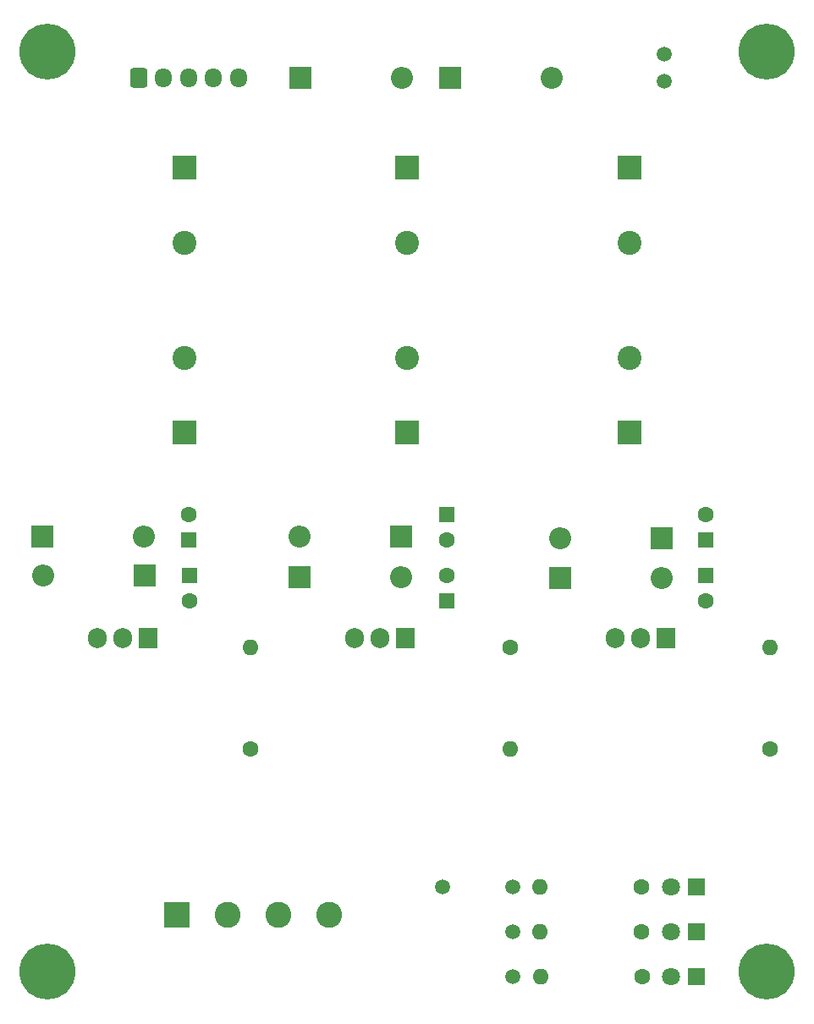
<source format=gbr>
%TF.GenerationSoftware,KiCad,Pcbnew,8.0.3*%
%TF.CreationDate,2024-07-21T22:57:56-04:00*%
%TF.ProjectId,mfos-wall-wart-eurorack-psu,6d666f73-2d77-4616-9c6c-2d776172742d,1.0.0*%
%TF.SameCoordinates,Original*%
%TF.FileFunction,Soldermask,Bot*%
%TF.FilePolarity,Negative*%
%FSLAX46Y46*%
G04 Gerber Fmt 4.6, Leading zero omitted, Abs format (unit mm)*
G04 Created by KiCad (PCBNEW 8.0.3) date 2024-07-21 22:57:56*
%MOMM*%
%LPD*%
G01*
G04 APERTURE LIST*
G04 Aperture macros list*
%AMRoundRect*
0 Rectangle with rounded corners*
0 $1 Rounding radius*
0 $2 $3 $4 $5 $6 $7 $8 $9 X,Y pos of 4 corners*
0 Add a 4 corners polygon primitive as box body*
4,1,4,$2,$3,$4,$5,$6,$7,$8,$9,$2,$3,0*
0 Add four circle primitives for the rounded corners*
1,1,$1+$1,$2,$3*
1,1,$1+$1,$4,$5*
1,1,$1+$1,$6,$7*
1,1,$1+$1,$8,$9*
0 Add four rect primitives between the rounded corners*
20,1,$1+$1,$2,$3,$4,$5,0*
20,1,$1+$1,$4,$5,$6,$7,0*
20,1,$1+$1,$6,$7,$8,$9,0*
20,1,$1+$1,$8,$9,$2,$3,0*%
G04 Aperture macros list end*
%ADD10R,2.400000X2.400000*%
%ADD11C,2.400000*%
%ADD12C,1.600000*%
%ADD13O,1.600000X1.600000*%
%ADD14R,2.200000X2.200000*%
%ADD15O,2.200000X2.200000*%
%ADD16R,1.600000X1.600000*%
%ADD17R,1.800000X1.800000*%
%ADD18C,1.800000*%
%ADD19R,1.905000X2.000000*%
%ADD20O,1.905000X2.000000*%
%ADD21R,2.600000X2.600000*%
%ADD22C,2.600000*%
%ADD23C,5.600000*%
%ADD24RoundRect,0.250000X-0.600000X-0.725000X0.600000X-0.725000X0.600000X0.725000X-0.600000X0.725000X0*%
%ADD25O,1.700000X1.950000*%
%ADD26C,1.500000*%
G04 APERTURE END LIST*
D10*
%TO.C,C4*%
X143957600Y-64152000D03*
D11*
X143957600Y-71652000D03*
%TD*%
D12*
%TO.C,R1*%
X180250000Y-122252000D03*
D13*
X180250000Y-112092000D03*
%TD*%
D14*
%TO.C,D8*%
X117710000Y-104952000D03*
D15*
X107550000Y-104952000D03*
%TD*%
D16*
%TO.C,C9*%
X147890000Y-98849400D03*
D12*
X147890000Y-101349400D03*
%TD*%
D14*
%TO.C,D5*%
X143370000Y-101054500D03*
D15*
X133210000Y-101054500D03*
%TD*%
D17*
%TO.C,D9*%
X172932700Y-145052000D03*
D18*
X170392700Y-145052000D03*
%TD*%
D10*
%TO.C,C3*%
X143957600Y-90629800D03*
D11*
X143957600Y-83129800D03*
%TD*%
D12*
%TO.C,R6*%
X167487700Y-145052000D03*
D13*
X157327700Y-145052000D03*
%TD*%
D19*
%TO.C,U1*%
X169814300Y-111177800D03*
D20*
X167274300Y-111177800D03*
X164734300Y-111177800D03*
%TD*%
D21*
%TO.C,J2*%
X120897600Y-138852000D03*
D22*
X125977600Y-138852000D03*
X131057600Y-138852000D03*
X136137600Y-138852000D03*
%TD*%
D10*
%TO.C,C2*%
X166207600Y-64152000D03*
D11*
X166207600Y-71652000D03*
%TD*%
D10*
%TO.C,C5*%
X166207600Y-90629800D03*
D11*
X166207600Y-83129800D03*
%TD*%
D14*
%TO.C,D4*%
X159260000Y-105152000D03*
D15*
X169420000Y-105152000D03*
%TD*%
D17*
%TO.C,D10*%
X172932700Y-140552000D03*
D18*
X170392700Y-140552000D03*
%TD*%
D16*
%TO.C,C7*%
X173840000Y-101357100D03*
D12*
X173840000Y-98857100D03*
%TD*%
%TO.C,R2*%
X154250000Y-112092000D03*
D13*
X154250000Y-122252000D03*
%TD*%
D23*
%TO.C,M2*%
X179957600Y-52552000D03*
%TD*%
D12*
%TO.C,R4*%
X167407700Y-136052000D03*
D13*
X157247700Y-136052000D03*
%TD*%
D16*
%TO.C,C12*%
X122190000Y-104946900D03*
D12*
X122190000Y-107446900D03*
%TD*%
D16*
%TO.C,C11*%
X122090000Y-101357100D03*
D12*
X122090000Y-98857100D03*
%TD*%
D16*
%TO.C,C8*%
X173840000Y-104946900D03*
D12*
X173840000Y-107446900D03*
%TD*%
D23*
%TO.C,M1*%
X107957600Y-52552000D03*
%TD*%
D24*
%TO.C,J1*%
X117087600Y-55157900D03*
D25*
X119587600Y-55157900D03*
X122087600Y-55157900D03*
X124587600Y-55157900D03*
X127087600Y-55157900D03*
%TD*%
D26*
%TO.C,TP6*%
X147532700Y-136052000D03*
%TD*%
D17*
%TO.C,D11*%
X172932700Y-136052000D03*
D18*
X170392700Y-136052000D03*
%TD*%
D23*
%TO.C,M4*%
X107957600Y-144552000D03*
%TD*%
D12*
%TO.C,R5*%
X167407700Y-140552000D03*
D13*
X157247700Y-140552000D03*
%TD*%
D26*
%TO.C,TP1*%
X169657600Y-52752000D03*
%TD*%
D14*
%TO.C,D7*%
X107410000Y-101052000D03*
D15*
X117570000Y-101052000D03*
%TD*%
D14*
%TO.C,D1*%
X148250000Y-55152000D03*
D15*
X158410000Y-55152000D03*
%TD*%
D10*
%TO.C,C6*%
X121707600Y-64152000D03*
D11*
X121707600Y-71652000D03*
%TD*%
D14*
%TO.C,D3*%
X169420000Y-101152000D03*
D15*
X159260000Y-101152000D03*
%TD*%
D19*
%TO.C,U3*%
X118040000Y-111177800D03*
D20*
X115500000Y-111177800D03*
X112960000Y-111177800D03*
%TD*%
D14*
%TO.C,D6*%
X133210000Y-105054500D03*
D15*
X143370000Y-105054500D03*
%TD*%
D14*
%TO.C,D2*%
X133250000Y-55152000D03*
D15*
X143410000Y-55152000D03*
%TD*%
D23*
%TO.C,M3*%
X179957600Y-144552000D03*
%TD*%
D26*
%TO.C,TP5*%
X154487700Y-145052000D03*
%TD*%
D10*
%TO.C,C1*%
X121707600Y-90629800D03*
D11*
X121707600Y-83129800D03*
%TD*%
D19*
%TO.C,U2*%
X143790000Y-111177800D03*
D20*
X141250000Y-111177800D03*
X138710000Y-111177800D03*
%TD*%
D26*
%TO.C,TP3*%
X154487700Y-136052000D03*
%TD*%
D16*
%TO.C,C10*%
X147890000Y-107454500D03*
D12*
X147890000Y-104954500D03*
%TD*%
%TO.C,R3*%
X128250000Y-122252000D03*
D13*
X128250000Y-112092000D03*
%TD*%
D26*
%TO.C,TP2*%
X169657600Y-55452000D03*
%TD*%
%TO.C,TP4*%
X154487700Y-140552000D03*
%TD*%
M02*

</source>
